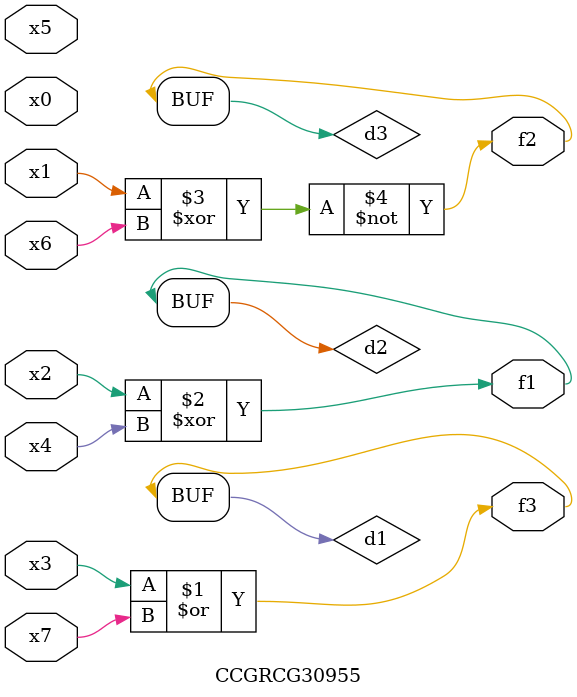
<source format=v>
module CCGRCG30955(
	input x0, x1, x2, x3, x4, x5, x6, x7,
	output f1, f2, f3
);

	wire d1, d2, d3;

	or (d1, x3, x7);
	xor (d2, x2, x4);
	xnor (d3, x1, x6);
	assign f1 = d2;
	assign f2 = d3;
	assign f3 = d1;
endmodule

</source>
